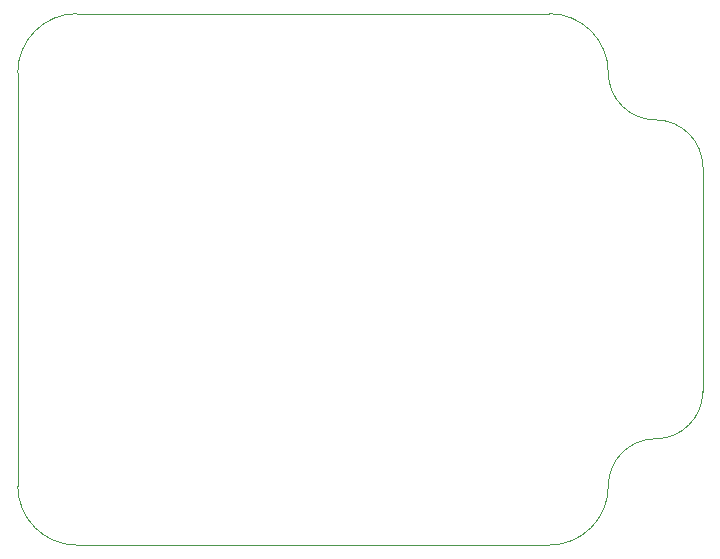
<source format=gbr>
%TF.GenerationSoftware,KiCad,Pcbnew,(6.0.0)*%
%TF.CreationDate,2022-01-23T22:47:39+07:00*%
%TF.ProjectId,NarWhelEncoderV2,4e617257-6865-46c4-956e-636f64657256,rev?*%
%TF.SameCoordinates,Original*%
%TF.FileFunction,Profile,NP*%
%FSLAX46Y46*%
G04 Gerber Fmt 4.6, Leading zero omitted, Abs format (unit mm)*
G04 Created by KiCad (PCBNEW (6.0.0)) date 2022-01-23 22:47:39*
%MOMM*%
%LPD*%
G01*
G04 APERTURE LIST*
%TA.AperFunction,Profile*%
%ADD10C,0.100000*%
%TD*%
G04 APERTURE END LIST*
D10*
X189000000Y-131000000D02*
G75*
G03*
X193000000Y-127000000I0J4000000D01*
G01*
X193000000Y-127000000D02*
X193000000Y-108000000D01*
X189000000Y-131000000D02*
G75*
G03*
X185000000Y-135000000I0J-4000000D01*
G01*
X185000000Y-100000000D02*
G75*
G03*
X180000000Y-95000000I-5000000J0D01*
G01*
X135000000Y-135000000D02*
G75*
G03*
X140000000Y-140000000I5000000J0D01*
G01*
X140000000Y-95000000D02*
G75*
G03*
X135000000Y-100000000I0J-5000000D01*
G01*
X135000000Y-135000000D02*
X135000000Y-100000000D01*
X185000000Y-100000000D02*
G75*
G03*
X189000000Y-104000000I4000000J0D01*
G01*
X140000000Y-95000000D02*
X180000000Y-95000000D01*
X193000000Y-108000000D02*
G75*
G03*
X189000000Y-104000000I-4000000J0D01*
G01*
X180000000Y-140000000D02*
X140000000Y-140000000D01*
X180000000Y-140000000D02*
G75*
G03*
X185000000Y-135000000I0J5000000D01*
G01*
M02*

</source>
